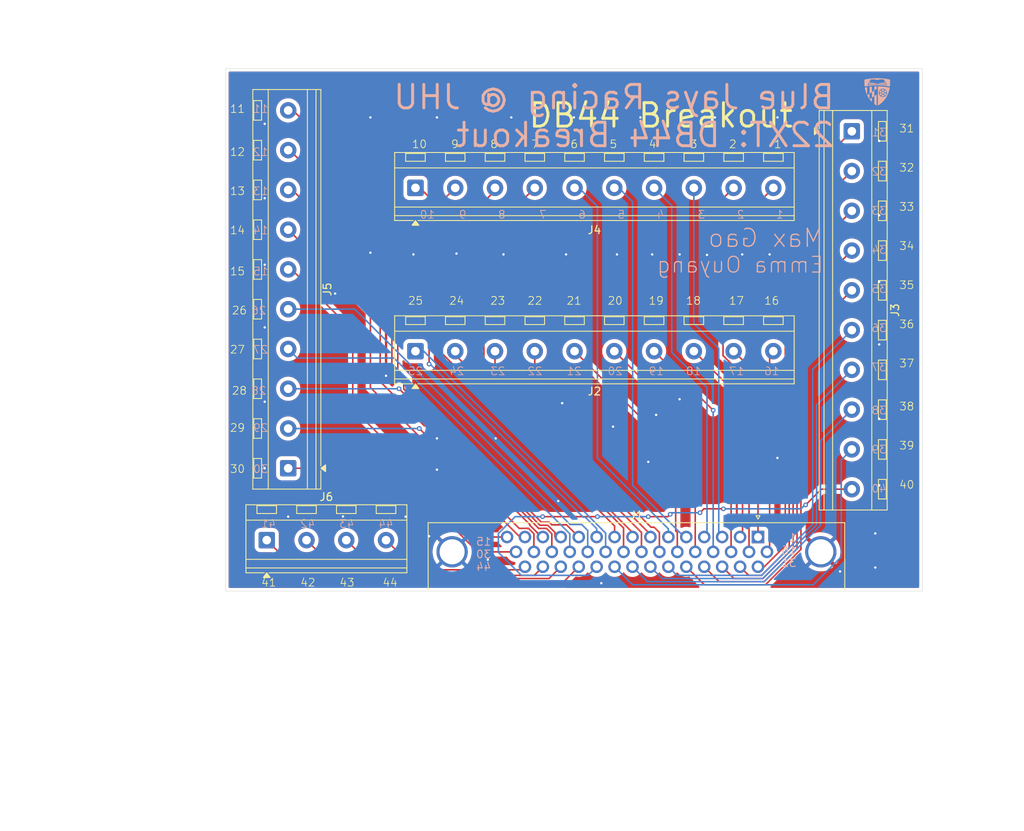
<source format=kicad_pcb>
(kicad_pcb (version 20241229) (generator "pcbnew") (generator_version "9.0")
  (layers (0 "F.Cu" signal) (2 "B.Cu" signal) (13 "F.Paste" user) (15 "B.Paste" user) (5 "F.SilkS" user "F.Silkscreen") (7 "B.SilkS" user "B.Silkscreen") (1 "F.Mask" user) (3 "B.Mask" user) (25 "Edge.Cuts" user))
  (net 0 "")
  (net 1 "Net-(J4-Pin_6)")
  (net 2 "Net-(J3-Pin_7)")
  (net 3 "Net-(J3-Pin_6)")
  (net 4 "Net-(J5-Pin_9)")
  (net 5 "Net-(J5-Pin_6)")
  (net 6 "Net-(J5-Pin_2)")
  (net 7 "Net-(J4-Pin_8)")
  (net 8 "Net-(J4-Pin_2)")
  (net 9 "Net-(J4-Pin_1)")
  (net 10 "Net-(J5-Pin_4)")
  (net 11 "Net-(J5-Pin_5)")
  (net 12 "Net-(J4-Pin_10)")
  (net 13 "Net-(J2-Pin_2)")
  (net 14 "Net-(J4-Pin_9)")
  (net 15 "Net-(J5-Pin_10)")
  (net 16 "Net-(J4-Pin_4)")
  (net 17 "Net-(J5-Pin_7)")
  (net 18 "Net-(J4-Pin_7)")
  (net 19 "Net-(J3-Pin_9)")
  (net 20 "Net-(J5-Pin_1)")
  (net 21 "Net-(J3-Pin_1)")
  (net 22 "Net-(J3-Pin_2)")
  (net 23 "Net-(J3-Pin_8)")
  (net 24 "Net-(J4-Pin_5)")
  (net 25 "Net-(J2-Pin_1)")
  (net 26 "Net-(J5-Pin_3)")
  (net 27 "Net-(J3-Pin_4)")
  (net 28 "Net-(J5-Pin_8)")
  (net 29 "Net-(J3-Pin_5)")
  (net 30 "Net-(J3-Pin_3)")
  (net 31 "Net-(J3-Pin_10)")
  (net 32 "Net-(J2-Pin_3)")
  (net 33 "Net-(J4-Pin_3)")
  (net 34 "Net-(J6-Pin_2)")
  (net 35 "Net-(J6-Pin_1)")
  (net 36 "Net-(J2-Pin_4)")
  (net 37 "Net-(J2-Pin_8)")
  (net 38 "Net-(J2-Pin_10)")
  (net 39 "Net-(J2-Pin_9)")
  (net 40 "Net-(J2-Pin_7)")
  (net 41 "Net-(J2-Pin_6)")
  (net 42 "Net-(J2-Pin_5)")
  (net 43 "Net-(J6-Pin_3)")
  (net 44 "Net-(J6-Pin_4)")
  (net 45 "GND")
  (footprint "TerminalBlock_RND:TerminalBlock_RND_205-00240_1x10_P5.08mm_Horizontal" (layer "F.Cu") (at 116.26 60.5)
    (property "Reference" "J4" (at 22.86 5.39 0) (layer "F.SilkS"))
    (property "Value" "Screw_Terminal_01x10")
    (pad "1" thru_hole roundrect (at 0 0) (size 2.1 2.1) (drill 1.1) (layers "*.Cu" "*.Mask") (roundrect_rratio 0.119048) (net 9 "Net-(J4-Pin_1)"))
    (pad "2" thru_hole circle (at 5.08 0) (size 2.1 2.1) (drill 1.1) (layers "*.Cu" "*.Mask") (net 8 "Net-(J4-Pin_2)"))
    (pad "3" thru_hole circle (at 10.16 0) (size 2.1 2.1) (drill 1.1) (layers "*.Cu" "*.Mask") (net 33 "Net-(J4-Pin_3)"))
    (pad "4" thru_hole circle (at 15.24 0) (size 2.1 2.1) (drill 1.1) (layers "*.Cu" "*.Mask") (net 16 "Net-(J4-Pin_4)"))
    (pad "5" thru_hole circle (at 20.32 0) (size 2.1 2.1) (drill 1.1) (layers "*.Cu" "*.Mask") (net 24 "Net-(J4-Pin_5)"))
    (pad "6" thru_hole circle (at 25.4 0) (size 2.1 2.1) (drill 1.1) (layers "*.Cu" "*.Mask") (net 1 "Net-(J4-Pin_6)"))
    (pad "7" thru_hole circle (at 30.48 0) (size 2.1 2.1) (drill 1.1) (layers "*.Cu" "*.Mask") (net 18 "Net-(J4-Pin_7)"))
    (pad "8" thru_hole circle (at 35.56 0) (size 2.1 2.1) (drill 1.1) (layers "*.Cu" "*.Mask") (net 7 "Net-(J4-Pin_8)"))
    (pad "9" thru_hole circle (at 40.64 0) (size 2.1 2.1) (drill 1.1) (layers "*.Cu" "*.Mask") (net 14 "Net-(J4-Pin_9)"))
    (pad "10" thru_hole circle (at 45.72 0) (size 2.1 2.1) (drill 1.1) (layers "*.Cu" "*.Mask") (net 12 "Net-(J4-Pin_10)"))
  )
  (footprint "TerminalBlock_RND:TerminalBlock_RND_205-00234_1x04_P5.08mm_Horizontal" (layer "F.Cu") (at 97.26 105.5)
    (property "Reference" "J6" (at 7.62 -5.52 0) (layer "F.SilkS"))
    (property "Value" "Screw_Terminal_01x04")
    (pad "1" thru_hole roundrect (at 0 0) (size 2.1 2.1) (drill 1.1) (layers "*.Cu" "*.Mask") (roundrect_rratio 0.119048) (net 35 "Net-(J6-Pin_1)"))
    (pad "2" thru_hole circle (at 5.08 0) (size 2.1 2.1) (drill 1.1) (layers "*.Cu" "*.Mask") (net 34 "Net-(J6-Pin_2)"))
    (pad "3" thru_hole circle (at 10.16 0) (size 2.1 2.1) (drill 1.1) (layers "*.Cu" "*.Mask") (net 43 "Net-(J6-Pin_3)"))
    (pad "4" thru_hole circle (at 15.24 0) (size 2.1 2.1) (drill 1.1) (layers "*.Cu" "*.Mask") (net 44 "Net-(J6-Pin_4)"))
  )
  (footprint "TerminalBlock_RND:TerminalBlock_RND_205-00240_1x10_P5.08mm_Horizontal" (layer "F.Cu") (at 100 96.32 90)
    (property "Reference" "J5" (at 22.86 5 90) (layer "F.SilkS"))
    (property "Value" "Screw_Terminal_01x10")
    (pad "1" thru_hole roundrect (at 0 0 90) (size 2.1 2.1) (drill 1.1) (layers "*.Cu" "*.Mask") (roundrect_rratio 0.119048) (net 20 "Net-(J5-Pin_1)"))
    (pad "2" thru_hole circle (at 5.08 0 90) (size 2.1 2.1) (drill 1.1) (layers "*.Cu" "*.Mask") (net 6 "Net-(J5-Pin_2)"))
    (pad "3" thru_hole circle (at 10.16 0 90) (size 2.1 2.1) (drill 1.1) (layers "*.Cu" "*.Mask") (net 26 "Net-(J5-Pin_3)"))
    (pad "4" thru_hole circle (at 15.24 0 90) (size 2.1 2.1) (drill 1.1) (layers "*.Cu" "*.Mask") (net 10 "Net-(J5-Pin_4)"))
    (pad "5" thru_hole circle (at 20.32 0 90) (size 2.1 2.1) (drill 1.1) (layers "*.Cu" "*.Mask") (net 11 "Net-(J5-Pin_5)"))
    (pad "6" thru_hole circle (at 25.4 0 90) (size 2.1 2.1) (drill 1.1) (layers "*.Cu" "*.Mask") (net 5 "Net-(J5-Pin_6)"))
    (pad "7" thru_hole circle (at 30.48 0 90) (size 2.1 2.1) (drill 1.1) (layers "*.Cu" "*.Mask") (net 17 "Net-(J5-Pin_7)"))
    (pad "8" thru_hole circle (at 35.56 0 90) (size 2.1 2.1) (drill 1.1) (layers "*.Cu" "*.Mask") (net 28 "Net-(J5-Pin_8)"))
    (pad "9" thru_hole circle (at 40.64 0 90) (size 2.1 2.1) (drill 1.1) (layers "*.Cu" "*.Mask") (net 4 "Net-(J5-Pin_9)"))
    (pad "10" thru_hole circle (at 45.72 0 90) (size 2.1 2.1) (drill 1.1) (layers "*.Cu" "*.Mask") (net 15 "Net-(J5-Pin_10)"))
  )
  (footprint "TerminalBlock_RND:TerminalBlock_RND_205-00240_1x10_P5.08mm_Horizontal" (layer "F.Cu") (at 172 53.27 -90)
    (property "Reference" "J3" (at 22.86 -5.52 90) (layer "F.SilkS"))
    (property "Value" "Screw_Terminal_01x10")
    (pad "1" thru_hole roundrect (at 0 0 270) (size 2.1 2.1) (drill 1.1) (layers "*.Cu" "*.Mask") (roundrect_rratio 0.119048) (net 21 "Net-(J3-Pin_1)"))
    (pad "2" thru_hole circle (at 5.08 0 270) (size 2.1 2.1) (drill 1.1) (layers "*.Cu" "*.Mask") (net 22 "Net-(J3-Pin_2)"))
    (pad "3" thru_hole circle (at 10.16 0 270) (size 2.1 2.1) (drill 1.1) (layers "*.Cu" "*.Mask") (net 30 "Net-(J3-Pin_3)"))
    (pad "4" thru_hole circle (at 15.24 0 270) (size 2.1 2.1) (drill 1.1) (layers "*.Cu" "*.Mask") (net 27 "Net-(J3-Pin_4)"))
    (pad "5" thru_hole circle (at 20.32 0 270) (size 2.1 2.1) (drill 1.1) (layers "*.Cu" "*.Mask") (net 29 "Net-(J3-Pin_5)"))
    (pad "6" thru_hole circle (at 25.4 0 270) (size 2.1 2.1) (drill 1.1) (layers "*.Cu" "*.Mask") (net 3 "Net-(J3-Pin_6)"))
    (pad "7" thru_hole circle (at 30.48 0 270) (size 2.1 2.1) (drill 1.1) (layers "*.Cu" "*.Mask") (net 2 "Net-(J3-Pin_7)"))
    (pad "8" thru_hole circle (at 35.56 0 270) (size 2.1 2.1) (drill 1.1) (layers "*.Cu" "*.Mask") (net 23 "Net-(J3-Pin_8)"))
    (pad "9" thru_hole circle (at 40.64 0 270) (size 2.1 2.1) (drill 1.1) (layers "*.Cu" "*.Mask") (net 19 "Net-(J3-Pin_9)"))
    (pad "10" thru_hole circle (at 45.72 0 270) (size 2.1 2.1) (drill 1.1) (layers "*.Cu" "*.Mask") (net 31 "Net-(J3-Pin_10)"))
  )
  (footprint "Connector_Dsub:DSUB-44-HD_Socket_Horizontal_P2.29x1.90mm_EdgePinOffset3.03mm_Housed_MountingHolesOffset4.94mm" (layer "F.Cu") (at 160.015 105.1)
    (property "Reference" "J1" (at -15.525 -2.77 0) (layer "F.SilkS"))
    (property "Value" "DB44_Female")
    (pad "0" thru_hole circle (at -39.075 1.89) (size 4 4) (drill 3.2) (layers "*.Cu" "*.Mask") (net 45 "GND"))
    (pad "0" thru_hole circle (at 8.025 1.89) (size 4 4) (drill 3.2) (layers "*.Cu" "*.Mask") (net 45 "GND"))
    (pad "1" thru_hole rect (at 0 0) (size 1.6 1.6) (drill 1) (layers "*.Cu" "*.Mask") (net 12 "Net-(J4-Pin_10)"))
    (pad "2" thru_hole circle (at -2.29 0) (size 1.6 1.6) (drill 1) (layers "*.Cu" "*.Mask") (net 14 "Net-(J4-Pin_9)"))
    (pad "3" thru_hole circle (at -4.58 0) (size 1.6 1.6) (drill 1) (layers "*.Cu" "*.Mask") (net 7 "Net-(J4-Pin_8)"))
    (pad "4" thru_hole circle (at -6.87 0) (size 1.6 1.6) (drill 1) (layers "*.Cu" "*.Mask") (net 18 "Net-(J4-Pin_7)"))
    (pad "5" thru_hole circle (at -9.16 0) (size 1.6 1.6) (drill 1) (layers "*.Cu" "*.Mask") (net 1 "Net-(J4-Pin_6)"))
    (pad "6" thru_hole circle (at -11.45 0) (size 1.6 1.6) (drill 1) (layers "*.Cu" "*.Mask") (net 24 "Net-(J4-Pin_5)"))
    (pad "7" thru_hole circle (at -13.74 0) (size 1.6 1.6) (drill 1) (layers "*.Cu" "*.Mask") (net 16 "Net-(J4-Pin_4)"))
    (pad "8" thru_hole circle (at -16.03 0) (size 1.6 1.6) (drill 1) (layers "*.Cu" "*.Mask") (net 33 "Net-(J4-Pin_3)"))
    (pad "9" thru_hole circle (at -18.32 0) (size 1.6 1.6) (drill 1) (layers "*.Cu" "*.Mask") (net 8 "Net-(J4-Pin_2)"))
    (pad "10" thru_hole circle (at -20.61 0) (size 1.6 1.6) (drill 1) (layers "*.Cu" "*.Mask") (net 9 "Net-(J4-Pin_1)"))
    (pad "11" thru_hole circle (at -22.9 0) (size 1.6 1.6) (drill 1) (layers "*.Cu" "*.Mask") (net 15 "Net-(J5-Pin_10)"))
    (pad "12" thru_hole circle (at -25.19 0) (size 1.6 1.6) (drill 1) (layers "*.Cu" "*.Mask") (net 4 "Net-(J5-Pin_9)"))
    (pad "13" thru_hole circle (at -27.48 0) (size 1.6 1.6) (drill 1) (layers "*.Cu" "*.Mask") (net 28 "Net-(J5-Pin_8)"))
    (pad "14" thru_hole circle (at -29.77 0) (size 1.6 1.6) (drill 1) (layers "*.Cu" "*.Mask") (net 17 "Net-(J5-Pin_7)"))
    (pad "15" thru_hole circle (at -32.06 0) (size 1.6 1.6) (drill 1) (layers "*.Cu" "*.Mask") (net 5 "Net-(J5-Pin_6)"))
    (pad "16" thru_hole circle (at 1.145 1.9) (size 1.6 1.6) (drill 1) (layers "*.Cu" "*.Mask") (net 38 "Net-(J2-Pin_10)"))
    (pad "17" thru_hole circle (at -1.145 1.9) (size 1.6 1.6) (drill 1) (layers "*.Cu" "*.Mask") (net 39 "Net-(J2-Pin_9)"))
    (pad "18" thru_hole circle (at -3.435 1.9) (size 1.6 1.6) (drill 1) (layers "*.Cu" "*.Mask") (net 37 "Net-(J2-Pin_8)"))
    (pad "19" thru_hole circle (at -5.725 1.9) (size 1.6 1.6) (drill 1) (layers "*.Cu" "*.Mask") (net 40 "Net-(J2-Pin_7)"))
    (pad "20" thru_hole circle (at -8.015 1.9) (size 1.6 1.6) (drill 1) (layers "*.Cu" "*.Mask") (net 41 "Net-(J2-Pin_6)"))
    (pad "21" thru_hole circle (at -10.305 1.9) (size 1.6 1.6) (drill 1) (layers "*.Cu" "*.Mask") (net 42 "Net-(J2-Pin_5)"))
    (pad "22" thru_hole circle (at -12.595 1.9) (size 1.6 1.6) (drill 1) (layers "*.Cu" "*.Mask") (net 36 "Net-(J2-Pin_4)"))
    (pad "23" thru_hole circle (at -14.885 1.9) (size 1.6 1.6) (drill 1) (layers "*.Cu" "*.Mask") (net 32 "Net-(J2-Pin_3)"))
    (pad "24" thru_hole circle (at -17.175 1.9) (size 1.6 1.6) (drill 1) (layers "*.Cu" "*.Mask") (net 13 "Net-(J2-Pin_2)"))
    (pad "25" thru_hole circle (at -19.465 1.9) (size 1.6 1.6) (drill 1) (layers "*.Cu" "*.Mask") (net 25 "Net-(J2-Pin_1)"))
    (pad "26" thru_hole circle (at -21.755 1.9) (size 1.6 1.6) (drill 1) (layers "*.Cu" "*.Mask") (net 11 "Net-(J5-Pin_5)"))
    (pad "27" thru_hole circle (at -24.045 1.9) (size 1.6 1.6) (drill 1) (layers "*.Cu" "*.Mask") (net 10 "Net-(J5-Pin_4)"))
    (pad "28" thru_hole circle (at -26.335 1.9) (size 1.6 1.6) (drill 1) (layers "*.Cu" "*.Mask") (net 26 "Net-(J5-Pin_3)"))
    (pad "29" thru_hole circle (at -28.625 1.9) (size 1.6 1.6) (drill 1) (layers "*.Cu" "*.Mask") (net 6 "Net-(J5-Pin_2)"))
    (pad "30" thru_hole circle (at -30.915 1.9) (size 1.6 1.6) (drill 1) (layers "*.Cu" "*.Mask") (net 20 "Net-(J5-Pin_1)"))
    (pad "31" thru_hole circle (at 0 3.8) (size 1.6 1.6) (drill 1) (layers "*.Cu" "*.Mask") (net 21 "Net-(J3-Pin_1)"))
    (pad "32" thru_hole circle (at -2.29 3.8) (size 1.6 1.6) (drill 1) (layers "*.Cu" "*.Mask") (net 22 "Net-(J3-Pin_2)"))
    (pad "33" thru_hole circle (at -4.58 3.8) (size 1.6 1.6) (drill 1) (layers "*.Cu" "*.Mask") (net 30 "Net-(J3-Pin_3)"))
    (pad "34" thru_hole circle (at -6.87 3.8) (size 1.6 1.6) (drill 1) (layers "*.Cu" "*.Mask") (net 27 "Net-(J3-Pin_4)"))
    (pad "35" thru_hole circle (at -9.16 3.8) (size 1.6 1.6) (drill 1) (layers "*.Cu" "*.Mask") (net 29 "Net-(J3-Pin_5)"))
    (pad "36" thru_hole circle (at -11.45 3.8) (size 1.6 1.6) (drill 1) (layers "*.Cu" "*.Mask") (net 3 "Net-(J3-Pin_6)"))
    (pad "37" thru_hole circle (at -13.74 3.8) (size 1.6 1.6) (drill 1) (layers "*.Cu" "*.Mask") (net 2 "Net-(J3-Pin_7)"))
    (pad "38" thru_hole circle (at -16.03 3.8) (size 1.6 1.6) (drill 1) (layers "*.Cu" "*.Mask") (net 23 "Net-(J3-Pin_8)"))
    (pad "39" thru_hole circle (at -18.32 3.8) (size 1.6 1.6) (drill 1) (layers "*.Cu" "*.Mask") (net 19 "Net-(J3-Pin_9)"))
    (pad "40" thru_hole circle (at -20.61 3.8) (size 1.6 1.6) (drill 1) (layers "*.Cu" "*.Mask") (net 31 "Net-(J3-Pin_10)"))
    (pad "41" thru_hole circle (at -22.9 3.8) (size 1.6 1.6) (drill 1) (layers "*.Cu" "*.Mask") (net 35 "Net-(J6-Pin_1)"))
    (pad "42" thru_hole circle (at -25.19 3.8) (size 1.6 1.6) (drill 1) (layers "*.Cu" "*.Mask") (net 34 "Net-(J6-Pin_2)"))
    (pad "43" thru_hole circle (at -27.48 3.8) (size 1.6 1.6) (drill 1) (layers "*.Cu" "*.Mask") (net 43 "Net-(J6-Pin_3)"))
    (pad "44" thru_hole circle (at -29.77 3.8) (size 1.6 1.6) (drill 1) (layers "*.Cu" "*.Mask") (net 44 "Net-(J6-Pin_4)"))
  )
  (footprint "TerminalBlock_RND:TerminalBlock_RND_205-00240_1x10_P5.08mm_Horizontal" (layer "F.Cu") (at 116.26 81.36)
    (property "Reference" "J2" (at 22.86 5.14 0) (layer "F.SilkS"))
    (property "Value" "Screw_Terminal_01x10 (5.08 mm pitch)")
    (pad "1" thru_hole roundrect (at 0 0) (size 2.1 2.1) (drill 1.1) (layers "*.Cu" "*.Mask") (roundrect_rratio 0.119048) (net 25 "Net-(J2-Pin_1)"))
    (pad "2" thru_hole circle (at 5.08 0) (size 2.1 2.1) (drill 1.1) (layers "*.Cu" "*.Mask") (net 13 "Net-(J2-Pin_2)"))
    (pad "3" thru_hole circle (at 10.16 0) (size 2.1 2.1) (drill 1.1) (layers "*.Cu" "*.Mask") (net 32 "Net-(J2-Pin_3)"))
    (pad "4" thru_hole circle (at 15.24 0) (size 2.1 2.1) (drill 1.1) (layers "*.Cu" "*.Mask") (net 36 "Net-(J2-Pin_4)"))
    (pad "5" thru_hole circle (at 20.32 0) (size 2.1 2.1) (drill 1.1) (layers "*.Cu" "*.Mask") (net 42 "Net-(J2-Pin_5)"))
    (pad "6" thru_hole circle (at 25.4 0) (size 2.1 2.1) (drill 1.1) (layers "*.Cu" "*.Mask") (net 41 "Net-(J2-Pin_6)"))
    (pad "7" thru_hole circle (at 30.48 0) (size 2.1 2.1) (drill 1.1) (layers "*.Cu" "*.Mask") (net 40 "Net-(J2-Pin_7)"))
    (pad "8" thru_hole circle (at 35.56 0) (size 2.1 2.1) (drill 1.1) (layers "*.Cu" "*.Mask") (net 37 "Net-(J2-Pin_8)"))
    (pad "9" thru_hole circle (at 40.64 0) (size 2.1 2.1) (drill 1.1) (layers "*.Cu" "*.Mask") (net 39 "Net-(J2-Pin_9)"))
    (pad "10" thru_hole circle (at 45.72 0) (size 2.1 2.1) (drill 1.1) (layers "*.Cu" "*.Mask") (net 38 "Net-(J2-Pin_10)"))
  )
  (footprint "22xt_flashMem:BJR_LOGO" (layer "B.Cu") (at 175.25 48.25 180)
    (property "Reference" "G***" (hide yes))
    (property "Value" "BJR_LOGO" (hide yes))
  )
  (gr_line (start 181 112) (end 181 45.25) (stroke (width 0.05)) (layer "Edge.Cuts"))
  (gr_line (start 92 112) (end 113.5 112) (stroke (width 0.05)) (layer "Edge.Cuts"))
  (gr_line (start 168 112) (end 113.5 112) (stroke (width 0.05)) (layer "Edge.Cuts"))
  (gr_line (start 181 45.25) (end 92 45.25) (stroke (width 0.05)) (layer "Edge.Cuts"))
  (gr_line (start 168 112) (end 181 112) (stroke (width 0.05)) (layer "Edge.Cuts"))
  (gr_line (start 92 45.25) (end 92 112) (stroke (width 0.05)) (layer "Edge.Cuts"))
  (gr_text "34" (at 178 68.5 0) (layer "F.SilkS") (effects (font (size 1 1) (thickness 0.1)) (justify left bottom)))
  (gr_text "20" (at 140.75 75.5 0) (layer "F.SilkS") (effects (font (size 1 1) (thickness 0.1)) (justify left bottom)))
  (gr_text "9" (at 120.75 55.5 0) (layer "F.SilkS") (effects (font (size 1 1) (thickness 0.1)) (justify left bottom)))
  (gr_text "30" (at 92.5 96.99 0) (layer "F.SilkS") (effects (font (size 1 1) (thickness 0.1)) (justify left bottom)))
  (gr_text "32" (at 178 58.5 0) (layer "F.SilkS") (effects (font (size 1 1) (thickness 0.1)) (justify left bottom)))
  (gr_text "25" (at 115.25 75.5 0) (layer "F.SilkS") (effects (font (size 1 1) (thickness 0.1)) (justify left bottom)))
  (gr_text "21" (at 135.5 75.5 0) (layer "F.SilkS") (effects (font (size 1 1) (thickness 0.1)) (justify left bottom)))
  (gr_text "17" (at 156.25 75.5 0) (layer "F.SilkS") (effects (font (size 1 1) (thickness 0.1)) (justify left bottom)))
  (gr_text "22" (at 130.5 75.5 0) (layer "F.SilkS") (effects (font (size 1 1) (thickness 0.1)) (justify left bottom)))
  (gr_text "11" (at 92.5 50.99 0) (layer "F.SilkS") (effects (font (size 1 1) (thickness 0.1)) (justify left bottom)))
  (gr_text "16" (at 160.75 75.5 0) (layer "F.SilkS") (effects (font (size 1 1) (thickness 0.1)) (justify left bottom)))
  (gr_text "37" (at 178 83.5 0) (layer "F.SilkS") (effects (font (size 1 1) (thickness 0.1)) (justify left bottom)))
  (gr_text "29" (at 92.5 91.74 0) (layer "F.SilkS") (effects (font (size 1 1) (thickness 0.1)) (justify left bottom)))
  (gr_text "26" (at 92.75 76.74 0) (layer "F.SilkS") (effects (font (size 1 1) (thickness 0.1)) (justify left bottom)))
  (gr_text "3" (at 151.25 55.5 0) (layer "F.SilkS") (effects (font (size 1 1) (thickness 0.1)) (justify left bottom)))
  (gr_text "36" (at 178 78.5 0) (layer "F.SilkS") (effects (font (size 1 1) (thickness 0.1)) (justify left bottom)))
  (gr_text "13" (at 92.5 61.49 0) (layer "F.SilkS") (effects (font (size 1 1) (thickness 0.1)) (justify left bottom)))
  (gr_text "14" (at 92.5 66.49 0) (layer "F.SilkS") (effects (font (size 1 1) (thickness 0.1)) (justify left bottom)))
  (gr_text "15" (at 92.5 71.74 0) (layer "F.SilkS") (effects (font (size 1 1) (thickness 0.1)) (justify left bottom)))
  (gr_text "24" (at 120.5 75.5 0) (layer "F.SilkS") (effects (font (size 1 1) (thickness 0.1)) (justify left bottom)))
  (gr_text "10" (at 115.75 55.5 0) (layer "F.SilkS") (effects (font (size 1 1) (thickness 0.1)) (justify left bottom)))
  (gr_text "39" (at 178 94 0) (layer "F.SilkS") (effects (font (size 1 1) (thickness 0.1)) (justify left bottom)))
  (gr_text "38" (at 178 89 0) (layer "F.SilkS") (effects (font (size 1 1) (thickness 0.1)) (justify left bottom)))
  (gr_text "4" (at 146 55.5 0) (layer "F.SilkS") (effects (font (size 1 1) (thickness 0.1)) (justify left bottom)))
  (gr_text "33" (at 178 63.5 0) (layer "F.SilkS") (effects (font (size 1 1) (thickness 0.1)) (justify left bottom)))
  (gr_text "43" (at 106.5 111.5 -0) (layer "F.SilkS") (effects (font (size 1 1) (thickness 0.1)) (justify left bottom)))
  (gr_text "42" (at 101.5 111.5 -0) (layer "F.SilkS") (effects (font (size 1 1) (thickness 0.1)) (justify left bottom)))
  (gr_text "18" (at 150.75 75.5 0) (layer "F.SilkS") (effects (font (size 1 1) (thickness 0.1)) (justify left bottom)))
  (gr_text "41" (at 96.5 111.5 -0) (layer "F.SilkS") (effects (font (size 1 1) (thickness 0.1)) (justify left bottom)))
  (gr_text "31" (at 178 53.5 0) (layer "F.SilkS") (effects (font (size 1 1) (thickness 0.1)) (justify left bottom)))
  (gr_text "23" (at 125.75 75.5 0) (layer "F.SilkS") (effects (font (size 1 1) (thickness 0.1)) (justify left bottom)))
  (gr_text "35" (at 178 73.5 0) (layer "F.SilkS") (effects (font (size 1 1) (thickness 0.1)) (justify left bottom)))
  (gr_text "27" (at 92.5 81.74 0) (layer "F.SilkS") (effects (font (size 1 1) (thickness 0.1)) (justify left bottom)))
  (gr_text "8" (at 125.75 55.5 0) (layer "F.SilkS") (effects (font (size 1 1) (thickness 0.1)) (justify left bottom)))
  (gr_text "40" (at 178 99 0) (layer "F.SilkS") (effects (font (size 1 1) (thickness 0.1)) (justify left bottom)))
  (gr_text "DB44 Breakout" (at 130.5 53 0) (layer "F.SilkS") (effects (font (size 3 3) (thickness 0.375)) (justify left bottom)))
  (gr_text "5" (at 141 55.5 0) (layer "F.SilkS") (effects (font (size 1 1) (thickness 0.1)) (justify left bottom)))
  (gr_text "28" (at 92.75 86.99 0) (layer "F.SilkS") (effects (font (size 1 1) (thickness 0.1)) (justify left bottom)))
  (gr_text "6" (at 136 55.5 0) (layer "F.SilkS") (effects (font (size 1 1) (thickness 0.1)) (justify left bottom)))
  (gr_text "2" (at 156.25 55.5 0) (layer "F.SilkS") (effects (font (size 1 1) (thickness 0.1)) (justify left bottom)))
  (gr_text "1" (at 162 55.5 0) (layer "F.SilkS") (effects (font (size 1 1) (thickness 0.1)) (justify left bottom)))
  (gr_text "7" (at 131 55.5 0) (layer "F.SilkS") (effects (font (size 1 1) (thickness 0.1)) (justify left bottom)))
  (gr_text "12" (at 92.5 56.49 0) (layer "F.SilkS") (effects (font (size 1 1) (thickness 0.1)) (justify left bottom)))
  (gr_text "19\n" (at 146 75.5 0) (layer "F.SilkS") (effects (font (size 1 1) (thickness 0.1)) (justify left bottom)))
  (gr_text "44" (at 112 111.5 -0) (layer "F.SilkS") (effects (font (size 1 1) (thickness 0.1)) (justify left bottom)))
  (gr_text "39" (at 176.5 94.5 -0) (layer "B.SilkS") (effects (font (size 1 1) (thickness 0.1)) (justify left bottom mirror)))
  (gr_text "23" (at 125.75 84.5 -0) (layer "B.SilkS") (effects (font (size 1 1) (thickness 0.1)) (justify right bottom mirror)))
  (gr_text "8" (at 126.75 64.5 -0) (layer "B.SilkS") (effects (font (size 1 1) (thickness 0.1)) (justify right bottom mirror)))
  (gr_text "22" (at 130.5 84.5 -0) (layer "B.SilkS") (effects (font (size 1 1) (thickness 0.1)) (justify right bottom mirror)))
  (gr_text "38" (at 176.5 89.5 -0) (layer "B.SilkS") (effects (font (size 1 1) (thickness 0.1)) (justify left bottom mirror)))
  (gr_text "31" (at 176.5 54 -0) (layer "B.SilkS") (effects (font (size 1 1) (thickness 0.1)) (justify left bottom mirror)))
  (gr_text "6" (at 137 64.5 -0) (layer "B.SilkS") (effects (font (size 1 1) (thickness 0.1)) (justify right bottom mirror)))
  (gr_text "35" (at 176.5 74 -0) (layer "B.SilkS") (effects (font (size 1 1) (thickness 0.1)) (justify left bottom mirror)))
  (gr_text "15\n30\n44" (at 126 109.5 0) (layer "B.SilkS") (effects (font (size 1 1) (thickness 0.125)) (justify left bottom mirror)))
  (gr_text "14" (at 97.504762 66.5 -0) (layer "B.SilkS") (effects (font (size 1 1) (thickness 0.1)) (justify left bottom mirror)))
  (gr_text "9" (at 121.75 64.5 -0) (layer "B.SilkS") (effects (font (size 1 1) (thickness 0.1)) (justify right bottom mirror)))
  (gr_text "37" (at 176.5 84 -0) (layer "B.SilkS") (effects (font (size 1 1) (thickness 0.1)) (justify left bottom mirror)))
  (gr_text "44" (at 113.5 104 0) (layer "B.SilkS") (effects (font (size 1 1) (thickness 0.1)) (justify left bottom mirror)))
  (gr_text "20" (at 140.75 84.5 -0) (layer "B.SilkS") (effects (font (size 1 1) (thickness 0.1)) (justify right bottom mirror)))
  (gr_text "1\n16\n31" (at 165 109 0) (layer "B.SilkS") (effects (font (size 1 1) (thickness 0.125)) (justify left bottom mirror)))
  (gr_text "17" (at 156.25 84.5 -0) (layer "B.SilkS") (effects (font (size 1 1) (thickness 0.1)) (justify right bottom mirror)))
  (gr_text "41" (at 98.5 104 0) (layer "B.SilkS") (effects (font (size 1 1) (thickness 0.1)) (justify left bottom mirror)))
  (gr_text "25" (at 115.25 84.5 -0) (layer "B.SilkS") (effects (font (size 1 1) (thickness 0.1)) (justify right bottom mirror)))
  (gr_text "Emma Ouyang" (at 168.5 71.5 0) (layer "B.SilkS") (effects (font (size 2 2)) (justify left bottom mirror)))
  (gr_text "34" (at 176.5 69 -0) (layer "B.SilkS") (effects (font (size 1 1) (thickness 0.1)) (justify left bottom mirror)))
  (gr_text "2" (at 157.25 64.5 -0) (layer "B.SilkS") (effects (font (size 1 1) (thickness 0.1)) (justify right bottom mirror)))
  (gr_text "40" (at 176.5 99.5 -0) (layer "B.SilkS") (effects (font (size 1 1) (thickness 0.1)) (justify left bottom mirror)))
  (gr_text "4" (at 147 64.5 -0) (layer "B.SilkS") (effects (font (size 1 1) (thickness 0.1)) (justify right bottom mirror)))
  (gr_text "42" (at 103.5 104 0) (layer "B.SilkS") (effects (font (size 1 1) (thickness 0.1)) (justify left bottom mirror)))
  (gr_text "16" (at 160.75 84.5 -0) (layer "B.SilkS") (effects (font (size 1 1) (thickness 0.1)) (justify right bottom mirror)))
  (gr_text "36" (at 176.5 79 -0) (layer "B.SilkS") (effects (font (size 1 1) (thickness 0.1)) (justify left bottom mirror)))
  (gr_text "10" (at 116.75 64.5 -0) (layer "B.SilkS") (effects (font (size 1 1) (thickness 0.1)) (justify right bottom mirror)))
  (gr_text "21" (at 135.5 84.5 -0) (layer "B.SilkS") (effects (font (size 1 1) (thickness 0.1)) (justify right bottom mirror)))
  (gr_text "26" (at 97.254762 76.75 -0) (layer "B.SilkS") (effects (font (size 1 1) (thickness 0.1)) (justify left bottom mirror)))
  (gr_text "19\n" (at 146 84.5 -0) (layer "B.SilkS") (effects (font (size 1 1) (thickness 0.1)) (justify right bottom mirror)))
  (gr_text "33" (at 176.5 64 -0) (layer "B.SilkS") (effects (font (size 1 1) (thickness 0.1)) (justify left bottom mirror)))
  (gr_text "18" (at 150.75 84.5 -0) (layer "B.SilkS") (effects (font (size 1 1) (thickness 0.1)) (justify right bottom mirror)))
  (gr_text "5" (at 142 64.5 -0) (layer "B.SilkS") (effects (font (size 1 1) (thickness 0.1)) (justify right bottom mirror)))
  (gr_text "1" (at 162.25 64.5 -0) (layer "B.SilkS") (effects (font (size 1 1) (thickness 0.1)) (justify right bottom mirror)))
  (gr_text "43" (at 108.5 104 0) (layer "B.SilkS") (effects (font (size 1 1) (thickness 0.1)) (justify left bottom mirror)))
  (gr_text "3" (at 152.25 64.5 -0) (layer "B.SilkS") (effects (font (size 1 1) (thickness 0.1)) (justify right bottom mirror)))
  (gr_text "12" (at 97.5 56.5 -0) (layer "B.SilkS") (effects (font (size 1 1) (thickness 0.1)) (justify left bottom mirror)))
  (gr_text "11" (at 97.5 51 -0) (layer "B.SilkS") (effects (font (size 1 1) (thickness 0.1)) (justify left bottom mirror)))
  (gr_text "7" (at 132 64.5 -0) (layer "B.SilkS") (effects (font (size 1 1) (thickness 0.1)) (justify right bottom mirror)))
  (gr_text "28" (at 97.254762 87 -0) (layer "B.SilkS") (effects (font (size 1 1) (thickness 0.1)) (justify left bottom mirror)))
  (gr_text "30" (at 97.504762 97 -0) (layer "B.SilkS") (effects (font (size 1 1) (thickness 0.1)) (justify left bottom mirror)))
  (gr_text "Max Gao\n" (at 168.5 68.25 0) (layer "B.SilkS") (effects (font (size 2.3 2.3) (thickness 0.1625)) (justify left bottom mirror)))
  (gr_text "27" (at 97.504762 81.75 -0) (layer "B.SilkS") (effects (font (size 1 1) (thickness 0.1)) (justify left bottom mirror)))
  (gr_text "32" (at 176.5 59 -0) (layer "B.SilkS") (effects (font (size 1 1) (thickness 0.1)) (justify left bottom mirror)))
  (gr_text "29" (at 97.504762 91.75 -0) (layer "B.SilkS") (effects (font (size 1 1) (thickness 0.1)) (justify left bottom mirror)))
  (gr_text "24" (at 120.5 84.5 -0) (layer "B.SilkS") (effects (font (size 1 1) (thickness 0.1)) (justify right bottom mirror)))
  (gr_text "Blue Jays Racing @ JHU\n22XT: DB44 Breakout" (at 170 55.5 0) (layer "B.SilkS") (effects (font (size 3 3) (thickness 0.375)) (justify left bottom mirror)))
  (gr_text "13" (at 97.5 61.5 -0) (layer "B.SilkS") (effects (font (size 1 1) (thickness 0.1)) (justify left bottom mirror)))
  (gr_text "15" (at 97.504762 71.75 -0) (layer "B.SilkS") (effects (font (size 1 1) (thickness 0.1)) (justify left bottom mirror)))
  (segment (start 150.6 105.1) (end 150.855 105.1) (width 0.2) (layer "B.Cu") (net 1))
  (segment (start 144 98.5) (end 150.6 105.1) (width 0.2) (layer "B.Cu") (net 1))
  (segment (start 142.22 60.5) (end 144 62.28) (width 0.2) (layer "B.Cu") (net 1))
  (segment (start 141.66 60.5) (end 142.22 60.5) (width 0.2) (layer "B.Cu") (net 1))
  (segment (start 144 62.28) (end 144 98.5) (width 0.2) (layer "B.Cu") (net 1))
  (segment (start 167.5 88.25) (end 172 83.75) (width 0.2) (layer "B.Cu") (net 2))
  (segment (start 160.63715 110.402) (end 167.5 103.53915) (width 0.2) (layer "B.Cu") (net 2))
  (segment (start 167.5 103.53915) (end 167.5 88.25) (width 0.2) (layer "B.Cu") (net 2))
  (segment (start 146.275 108.9) (end 147.777 110.402) (width 0.2) (layer "B.Cu") (net 2))
  (segment (start 147.777 110.402) (end 160.63715 110.402) (width 0.2) (layer "B.Cu") (net 2))
  (segment (start 160.47105 110.001) (end 167 103.47205) (width 0.2) (layer "B.Cu") (net 3))
  (segment (start 148.565 108.9) (end 149.666 110.001) (width 0.2) (layer "B.Cu") (net 3))
  (segment (start 167 83.67) (end 172 78.67) (width 0.2) (layer "B.Cu") (net 3))
  (segment (start 149.666 110.001) (end 160.47105 110.001) (width 0.2) (layer "B.Cu") (net 3))
  (segment (start 167 103.47205) (end 167 83.67) (width 0.2) (layer "B.Cu") (net 3))
  (segment (start 113.25 83.5) (end 113.25 68.74) (width 0.2) (layer "F.Cu") (net 4))
  (segment (start 134.825 105.1) (end 134.081 105.1) (width 0.2) (layer "F.Cu") (net 4))
  (segment (start 113.599 83.849) (end 113.25 83.5) (width 0.2) (layer "F.Cu") (net 4))
  (segment (start 134.081 104.52185) (end 133.15815 103.599) (width 0.2) (layer "F.Cu") (net 4))
  (segment (start 113.25 68.74) (end 100.19 55.68) (width 0.2) (layer "F.Cu") (net 4))
  (segment (start 113.599 83.9161) (end 113.599 83.849) (width 0.2) (layer "F.Cu") (net 4))
  (segment (start 100.19 55.68) (end 100 55.68) (width 0.2) (layer "F.Cu") (net 4))
  (segment (start 114.761 85.0781) (end 113.599 83.9161) (width 0.2) (layer "F.Cu") (net 4))
  (segment (start 133.15815 103.599) (end 132.1661 103.599) (width 0.2) (layer "F.Cu") (net 4))
  (segment (start 134.081 105.1) (end 134.081 104.52185) (width 0.2) (layer "F.Cu") (net 4))
  (segment (start 132.1661 103.599) (end 114.761 86.1939) (width 0.2) (layer "F.Cu") (net 4))
  (segment (start 114.761 86.1939) (end 114.761 85.0781) (width 0.2) (layer "F.Cu") (net 4))
  (segment (start 100 70.92) (end 100.43 70.92) (width 0.2) (layer "F.Cu") (net 5))
  (segment (start 100.43 70.92) (end 108.25 78.74) (width 0.2) (layer "F.Cu") (net 5))
  (segment (start 124.695 105.1) (end 127.955 105.1) (width 0.2) (layer "F.Cu") (net 5))
  (segment (start 108.25 78.74) (end 108.25 88.655) (width 0.2) (layer "F.Cu") (net 5))
  (segment (start 108.25 88.655) (end 124.695 105.1) (width 0.2) (layer "F.Cu") (net 5))
  (segment (start 131.39 107) (end 131.39 104.68795) (width 0.2) (layer "F.Cu") (net 6))
  (segment (start 129.509 103.999) (end 130.70105 103.999) (width 0.2) (layer "F.Cu") (net 6))
  (segment (start 130.501 103.999) (end 130.5 104) (width 0.2) (layer "F.Cu") (net 6))
  (segment (start 130.70105 103.999) (end 130.501 103.999) (width 0.2) (layer "F.Cu") (net 6))
  (segment (start 116.75 91.24) (end 129.509 103.999) (width 0.2) (layer "F.Cu") (net 6))
  (segment (start 131.39 104.68795) (end 130.70105 103.999) (width 0.2) (layer "F.Cu") (net 6))
  (via (at 116.75 91.24) (size 0.6) (drill 0.3) (layers "F.Cu" "B.Cu") (net 6))
  (segment (start 116.75 91.24) (end 100 91.24) (width 0.2) (layer "B.Cu") (net 6))
  (segment (start 151.82 77.82) (end 155 81) (width 0.2) (layer "B.Cu") (net 7))
  (segment (start 151.82 60.5) (end 151.82 77.82) (width 0.2) (layer "B.Cu") (net 7))
  (segment (start 155 104.665) (end 155.435 105.1) (width 0.2) (layer "B.Cu") (net 7))
  (segment (start 155 81) (end 155 104.665) (width 0.2) (layer "B.Cu") (net 7))
  (segment (start 141.695 105.1) (end 141.695 103.695) (width 0.2) (layer "F.Cu") (net 8))
  (segment (start 141.695 103.695) (end 118.5 80.5) (width 0.2) (layer "F.Cu") (net 8))
  (segment (start 118.5 80.5) (end 118.5 63.34) (width 0.2) (layer "F.Cu") (net 8))
  (segment (start 118.5 63.34) (end 121.34 60.5) (width 0.2) (layer "F.Cu") (net 8))
  (segment (start 118 83) (end 118 61.68) (width 0.2) (layer "F.Cu") (net 9))
  (segment (start 116.82 60.5) (end 117.43 61.11) (width 0.2) (layer "F.Cu") (net 9))
  (segment (start 118 61.68) (end 117.43 61.11) (width 0.2) (layer "F.Cu") (net 9))
  (segment (start 116.26 60.5) (end 116.82 60.5) (width 0.2) (layer "F.Cu") (net 9))
  (segment (start 117.43 61.11) (end 117.611 61.291) (width 0.2) (layer "F.Cu") (net 9))
  (via (at 118 83) (size 0.6) (drill 0.3) (layers "F.Cu" "B.Cu") (net 9))
  (segment (start 118.114602 83) (end 137.6661 102.551498) (width 0.2) (layer "B.Cu") (net 9))
  (segment (start 139.405 105.1) (end 139.1 105.1) (width 0.2) (layer "B.Cu") (net 9))
  (segment (start 137.934398 102.551498) (end 139.405 104.0221) (width 0.2) (layer "B.Cu") (net 9))
  (segment (start 137.6661 102.551498) (end 137.934398 102.551498) (width 0.2) (layer "B.Cu") (net 9))
  (segment (start 139.405 104.0221) (end 139.405 105.1) (width 0.2) (layer "B.Cu") (net 9))
  (segment (start 118 83) (end 118.114602 83) (width 0.2) (layer "B.Cu") (net 9))
  (segment (start 135.97 107) (end 135.97 104.68795) (width 0.2) (layer "B.Cu") (net 10))
  (segment (start 113.52205 82.24) (end 101.16 82.24) (width 0.2) (layer "B.Cu") (net 10))
  (segment (start 101.16 82.24) (end 100 81.08) (width 0.2) (layer "B.Cu") (net 10))
  (segment (start 135.97 104.68795) (end 113.52205 82.24) (width 0.2) (layer "B.Cu") (net 10))
  (segment (start 100.01 75.99) (end 108.5 75.99) (width 0.2) (layer "B.Cu") (net 11))
  (segment (start 100 76) (end 100.01 75.99) (width 0.2) (layer "B.Cu") (net 11))
  (segment (start 136.01 103.5) (end 137.5 103.5) (width 0.2) (layer "B.Cu") (net 11))
  (segment (start 137.5 103.5) (end 138.26 104.26) (width 0.2) (layer "B.Cu") (net 11))
  (segment (start 108.5 75.99) (end 136.01 103.5) (width 0.2) (layer "B.Cu") (net 11))
  (segment (start 138.26 104.26) (end 138.26 107) (width 0.2) (layer "B.Cu") (net 11))
  (segment (start 160.015 62.465) (end 161.98 60.5) (width 0.2) (layer "F.Cu") (net 12))
  (segment (start 160.015 105.1) (end 160.015 62.465) (width 0.2) (layer "F.Cu") (net 12))
  (segment (start 142.84 103.9521) (end 142.84 107) (width 0.2) (layer "F.Cu") (net 13))
  (segment (start 121.34 81.36) (end 121.34 81.84) (width 0.2) (layer "F.Cu") (net 13))
  (segment (start 121.34 81.84) (end 124.599 85.099) (width 0.2) (layer "F.Cu") (net 13))
  (segment (start 124.599 85.099) (end 124.599 85.7111) (width 0.2) (layer "F.Cu") (net 13))
  (segment (start 124.599 85.7111) (end 142.84 103.9521) (width 0.2) (layer "F.Cu") (net 13))
  (segment (start 158.037781 84.408383) (end 157.564699 83.935301) (width 0.2) (layer "F.Cu") (net 14))
  (segment (start 155.5 61.9) (end 155.5 63.582) (width 0.2) (layer "F.Cu") (net 14))
  (segment (start 157.725 105.1) (end 158.037781 104.787219) (width 0.2) (layer "F.Cu") (net 14))
  (segment (start 156.9 60.5) (end 155.5 61.9) (width 0.2) (layer "F.Cu") (net 14))
  (segment (start 155.549 63.631) (end 155.549 81.919603) (width 0.2) (layer "F.Cu") (net 14))
  (segment (start 155.549 81.919603) (end 157.564699 83.935301) (width 0.2) (layer "F.Cu") (net 14))
  (segment (start 155.5 63.582) (end 155.549 63.631) (width 0.2) (layer "F.Cu") (net 14))
  (segment (start 158.037781 104.787219) (end 158.037781 84.408383) (width 0.2) (layer "F.Cu") (net 14))
  (segment (start 157.725 84.095603) (end 157.564699 83.935301) (width 0.2) (layer "F.Cu") (net 14))
  (segment (start 115.25 85) (end 114 83.75) (width 0.2) (layer "F.Cu") (net 15))
  (segment (start 100.61 50.6) (end 100 50.6) (width 0.2) (layer "F.Cu") (net 15))
  (segment (start 133.6692 103.54295) (end 133.32425 103.198) (width 0.2) (layer "F.Cu") (net 15))
  (segment (start 114 63.99) (end 100.61 50.6) (width 0.2) (layer "F.Cu") (net 15))
  (segment (start 137.115 105.1) (end 135.55795 103.54295) (width 0.2) (layer "F.Cu") (net 15))
  (segment (start 115.25 86.1158) (end 115.25 85) (width 0.2) (layer "F.Cu") (net 15))
  (segment (start 114 83.75) (end 114 63.99) (width 0.2) (layer "F.Cu") (net 15))
  (segment (start 133.32425 103.198) (end 132.3322 103.198) (width 0.2) (layer "F.Cu") (net 15))
  (segment (start 132.3322 103.198) (end 115.25 86.1158) (width 0.2) (layer "F.Cu") (net 15))
  (segment (start 135.55795 103.54295) (end 133.6692 103.54295) (width 0.2) (layer "F.Cu") (net 15))
  (segment (start 146.275 105.1) (end 146.275 104.775) (width 0.2) (layer "F.Cu") (net 16))
  (segment (start 146.275 104.775) (end 129 87.5) (width 0.2) (layer "F.Cu") (net 16))
  (segment (start 129 87.5) (end 129 63) (width 0.2) (layer "F.Cu") (net 16))
  (segment (start 129 63) (end 131.5 60.5) (width 0.2) (layer "F.Cu") (net 16))
  (segment (start 110.5 86) (end 129.6 105.1) (width 0.2) (layer "F.Cu") (net 17))
  (segment (start 110.5 76.34) (end 110.5 86) (width 0.2) (layer "F.Cu") (net 17))
  (segment (start 129.6 105.1) (end 130.245 105.1) (width 0.2) (layer "F.Cu") (net 17))
  (segment (start 100 65.84) (end 110.5 76.34) (width 0.2) (layer "F.Cu") (net 17))
  (segment (start 146.74 60.74) (end 147 61) (width 0.2) (layer "B.Cu") (net 18))
  (segment (start 149 62.76) (end 149 81.5) (width 0.2) (layer "B.Cu") (net 18))
  (segment (start 153.5 86) (end 153.5 104.745) (width 0.2) (layer "B.Cu") (net 18))
  (segment (start 153.5 104.745) (end 153.145 105.1) (width 0.2) (layer "B.Cu") (net 18))
  (segment (start 149 81.5) (end 153.5 86) (width 0.2) (layer "B.Cu") (net 18))
  (segment (start 146.74 60.5) (end 149 62.76) (width 0.2) (layer "B.Cu") (net 18))
  (segment (start 141.695 108.9) (end 143.999 111.204) (width 0.2) (layer "B.Cu") (net 19))
  (segment (start 170.649 95.261) (end 172 93.91) (width 0.2) (layer "B.Cu") (net 19))
  (segment (start 167.080106 111.204) (end 170.649 107.635106) (width 0.2) (layer "B.Cu") (net 19))
  (segment (start 143.999 111.204) (end 167.080106 111.204) (width 0.2) (layer "B.Cu") (net 19))
  (segment (start 170.649 107.635106) (end 170.649 95.261) (width 0.2) (layer "B.Cu") (net 19))
  (segment (start 124.204106 107) (end 129.1 107) (width 0.2) (layer "F.Cu") (net 20))
  (segment (start 100 96.32) (end 113.524106 96.32) (width 0.2) (layer "F.Cu") (net 20))
  (segment (start 113.524106 96.32) (end 124.204106 107) (width 0.2) (layer "F.Cu") (net 20))
  (segment (start 165.26 62.49) (end 163.5 64.25) (width 0.2) (layer "F.Cu") (net 21))
  (segment (start 160.015 108.9) (end 160.81705 108.9) (width 0.2) (layer "F.Cu") (net 21))
  (segment (start 165.26 60.01) (end 165.26 62.49) (width 0.2) (layer "F.Cu") (net 21))
  (segment (start 160.81705 108.9) (end 163.5 106.21705) (width 0.2) (layer "F.Cu") (net 21))
  (segment (start 163.5 106.21705) (end 163.5 64.25) (width 0.2) (layer "F.Cu") (net 21))
  (segment (start 165.26 60.01) (end 172 53.27) (width 0.2) (layer "F.Cu") (net 21))
  (segment (start 164 106.47205) (end 164 66.35) (width 0.2) (layer "F.Cu") (net 22))
  (segment (start 160.47105 110.001) (end 164 106.47205) (width 0.2) (layer "F.Cu") (net 22))
  (segment (start 157.725 108.9) (end 158.826 110.001) (width 0.2) (layer "F.Cu") (net 22))
  (segment (start 164 66.35) (end 172 58.35) (width 0.2) (layer "F.Cu") (net 22))
  (segment (start 158.826 110.001) (end 160.47105 110.001) (width 0.2) (layer "F.Cu") (net 22))
  (segment (start 168 103.60625) (end 168 92.83) (width 0.2) (layer "B.Cu") (net 23))
  (segment (start 160.80325 110.803) (end 168 103.60625) (width 0.2) (layer "B.Cu") (net 23))
  (segment (start 168 92.83) (end 172 88.83) (width 0.2) (layer "B.Cu") (net 23))
  (segment (start 145.888 110.803) (end 160.80325 110.803) (width 0.2) (layer "B.Cu") (net 23))
  (segment (start 143.985 108.9) (end 145.888 110.803) (width 0.2) (layer "B.Cu") (net 23))
  (segment (start 136.58 60.5) (end 137.14 60.5) (width 0.2) (layer "B.Cu") (net 24))
  (segment (start 139.5 62.86) (end 139.5 95) (width 0.2) (layer "B.Cu") (net 24))
  (segment (start 137.14 60.5) (end 139.5 62.86) (width 0.2) (layer "B.Cu") (net 24))
  (segment (start 148.565 104.065) (end 148.565 105.1) (width 0.2) (layer "B.Cu") (net 24))
  (segment (start 139.5 95) (end 148.565 104.065) (width 0.2) (layer "B.Cu") (net 24))
  (segment (start 140.55 104.6) (end 140.55 107) (width 0.2) (layer "B.Cu") (net 25))
  (segment (start 117.31 81.36) (end 140.55 104.6) (width 0.2) (layer "B.Cu") (net 25))
  (segment (start 116.26 81.36) (end 117.31 81.36) (width 0.2) (layer "B.Cu") (net 25))
  (segment (start 132 104) (end 132.99205 104) (width 0.2) (layer "F.Cu") (net 26))
  (segment (start 132 104) (end 114.16 86.16) (width 0.2) (layer "F.Cu") (net 26))
  (segment (start 132.99205 104) (end 133.68 104.68795) (width 0.2) (layer "F.Cu") (net 26))
  (segment (start 133.68 104.68795) (end 133.68 107) (width 0.2) (layer "F.Cu") (net 26))
  (via (at 114.16 86.16) (size 0.6) (drill 0.3) (layers "F.Cu" "B.Cu") (net 26))
  (segment (start 114.16 86.16) (end 100 86.16) (width 0.2) (layer "B.Cu") (net 26))
  (segment (start 160.80325 110.803) (end 165 106.60625) (width 0.2) (layer "F.Cu") (net 27))
  (segment (start 165 106.60625) (end 165 75.51) (width 0.2) (layer "F.Cu") (net 27))
  (segment (start 153.145 108.9) (end 155.048 110.803) (width 0.2) (layer "F.Cu") (net 27))
  (segment (start 155.048 110.803) (end 160.80325 110.803) (width 0.2) (layer "F.Cu") (net 27))
  (segment (start 165 75.51) (end 172 68.51) (width 0.2) (layer "F.Cu") (net 27))
  (segment (start 131.791 104.52185) (end 131.791 104.541) (width 0.2) (layer "F.Cu") (net 28))
  (segment (start 131.791 104.541) (end 132.35 105.1) (width 0.2) (layer "F.Cu") (net 28))
  (segment (start 111.75 71.99) (end 111.75 85.25) (width 0.2) (layer "F.Cu") (net 28))
  (segment (start 130.86715 103.598) (end 131.791 104.52185) (width 0.2) (layer "F.Cu") (net 28))
  (segment (start 100 60.76) (end 100.52 60.76) (width 0.2) (layer "F.Cu") (net 28))
  (segment (start 100.52 60.76) (end 111.75 71.99) (width 0.2) (layer "F.Cu") (net 28))
  (segment (start 132.35 105.1) (end 132.535 105.1) (width 0.2) (layer "F.Cu") (net 28))
  (segment (start 118.25339 90.891) (end 130.86715 103.50476) (width 0.2) (layer "F.Cu") (net 28))
  (segment (start 130.86715 103.50476) (end 130.86715 103.598) (width 0.2) (layer "F.Cu") (net 28))
  (segment (start 111.75 85.25) (end 117.391 90.891) (width 0.2) (layer "F.Cu") (net 28))
  (segment (start 117.391 90.891) (end 118.25339 90.891) (width 0.2) (layer "F.Cu") (net 28))
  (segment (start 165.5 106.67335) (end 165.5 80.09) (width 0.2) (layer "F.Cu") (net 29))
  (segment (start 160.96935 111.204) (end 165.5 106.67335) (width 0.2) (layer "F.Cu") (net 29))
  (segment (start 150.855 108.9) (end 153.159 111.204) (width 0.2) (layer "F.Cu") (net 29))
  (segment (start 153.159 111.204) (end 160.96935 111.204) (width 0.2) (layer "F.Cu") (net 29))
  (segment (start 165.5 80.09) (end 172 73.59) (width 0.2) (layer "F.Cu") (net 29))
  (segment (start 156.937 110.402) (end 160.63715 110.402) (width 0.2) (layer "F.Cu") (net 30))
  (segment (start 160.63715 110.402) (end 164.5 106.53915) (width 0.2) (layer "F.Cu") (net 30))
  (segment (start 164.5 70.93) (end 172 63.43) (width 0.2) (layer "F.Cu") (net 30))
  (segment (start 164.5 106.53915) (end 164.5 70.93) (width 0.2) (layer "F.Cu") (net 30))
  (segment (start 155.435 108.9) (end 156.937 110.402) (width 0.2) (layer "F.Cu") (net 30))
  (segment (start 136 102.5) (end 139.5 102.5) (width 0.2) (layer "F.Cu") (net 31))
  (segment (start 148.5 102.5) (end 146 102.5) (width 0.2) (layer "F.Cu") (net 31))
  (segment (start 148.801765 102.198235) (end 148.5 102.5) (width 0.2) (layer "F.Cu") (net 31))
  (segment (start 168.11 98.99) (end 166.1 101) (width 0.2) (layer "F.Cu") (net 31))
  (segment (start 153.1 101.5) (end 155.6 101.5) (width 0.2) (layer "F.Cu") (net 31))
  (segment (start 132.5 102.5) (end 136 102.5) (width 0.2) (layer "F.Cu") (net 31))
  (segment (start 172 98.99) (end 168.11 98.99) (width 0.2) (layer "F.Cu") (net 31))
  (segment (start 152.6 102) (end 153.1 101.5) (width 0.2) (layer "F.Cu") (net 31))
  (via (at 146 102.5) (size 0.6) (drill 0.3) (layers "F.Cu" "B.Cu") (net 31))
  (via (at 155.6 101.5) (size 0.6) (drill 0.3) (layers "F.Cu" "B.Cu") (net 31))
  (via (at 132.5 102.5) (size 0.6) (drill 0.3) (layers "F.Cu" "B.Cu") (net 31))
  (via (at 139.5 102.5) (size 0.6) (drill 0.3) (layers "F.Cu" "B.Cu") (net 31))
  (via (at 152.6 102) (size 0.6) (drill 0.3) (layers "F.Cu" "B.Cu") (net 31))
  (via (at 166.1 101) (size 0.6) (drill 0.3) (layers "F.Cu" "B.Cu") (net 31))
  (via (at 148.801765 102.198235) (size 0.6) (drill 0.3) (layers "F.Cu" "B.Cu") (net 31))
  (segment (start 129.78895 110.001) (end 138.304 110.001) (width 0.2) (layer "B.Cu") (net 31))
  (segment (start 155.6 101.5) (end 160 101.5) (width 0.2) (layer "B.Cu") (net 31))
  (segment (start 165.5 101.5) (end 166 101) (width 0.2) (layer "B.Cu") (net 31))
  (segment (start 138.304 110.001) (end 139.405 108.9) (width 0.2) (layer "B.Cu") (net 31))
  (segment (start 148.801765 102.198235) (end 149 102) (width 0.2) (layer "B.Cu") (net 31))
  (segment (start 160 101.5) (end 165.5 101.5) (width 0.2) (layer "B.Cu") (net 31))
  (segment (start 149 102) (end 152.6 102) (width 0.2) (layer "B.Cu") (net 31))
  (segment (start 126.854 107.06605) (end 129.78895 110.001) (width 0.2) (layer "B.Cu") (net 31))
  (segment (start 126.854 104.64395) (end 126.854 107.06605) (width 0.2) (layer "B.Cu") (net 31))
  (segment (start 127.99795 103.5) (end 126.854 104.64395) (width 0.2) (layer "B.Cu") (net 31))
  (segment (start 128.99795 102.5) (end 132.5 102.5) (width 0.2) (layer "B.Cu") (net 31))
  (segment (start 139.5 102.5) (end 146 102.5) (width 0.2) (layer "B.Cu") (net 31))
  (segment (start 127.99795 103.5) (end 128.99795 102.5) (width 0.2) (layer "B.Cu") (net 31))
  (segment (start 145.13 107) (end 145.13 104.5221) (width 0.2) (layer "F.Cu") (net 32))
  (segment (start 126.42 85.8121) (end 126.42 81.36) (width 0.2) (layer "F.Cu") (net 32))
  (segment (start 145.13 104.5221) (end 126.42 85.8121) (width 0.2) (layer "F.Cu") (net 32))
  (segment (start 143.985 104.53) (end 143.985 105.1) (width 0.2) (layer "F.Cu") (net 33))
  (segment (start 126.42 60.5) (end 126.42 60.86) (width 0.2) (layer "F.Cu") (net 33))
  (segment (start 125 85.545) (end 143.985 104.53) (width 0.2) (layer "F.Cu") (net 33))
  (segment (start 126.42 60.86) (end 125 62.28) (width 0.2) (layer "F.Cu") (net 33))
  (segment (start 125 62.28) (end 125 85.545) (width 0.2) (layer "F.Cu") (net 33))
  (segment (start 102.34 105.5) (end 107.241 110.401) (width 0.2) (layer "F.Cu") (net 34))
  (segment (start 133.324 110.401) (end 134.825 108.9) (width 0.2) (layer "F.Cu") (net 34))
  (segment (start 107.241 110.401) (end 133.324 110.401) (width 0.2) (layer "F.Cu") (net 34))
  (segment (start 97.26 105.5) (end 102.562 110.802) (width 0.2) (layer "F.Cu") (net 35))
  (segment (start 102.562 110.802) (end 135.213 110.802) (width 0.2) (layer "F.Cu") (net 35))
  (segment (start 135.213 110.802) (end 137.115 108.9) (width 0.2) (layer "F.Cu") (net 35))
  (segment (start 147.42 104.5221) (end 147.42 107) (width 0.2) (layer "F.Cu") (net 36))
  (segment (start 146.3471 103.8471) (end 146.745 103.8471) (width 0.2) (layer "F.Cu") (net 36))
  (segment (start 131.5 81.36) (end 131.5 89) (width 0.2) (layer "F.Cu") (net 36))
  (segment (start 146.745 103.8471) (end 147.42 104.5221) (width 0.2) (layer "F.Cu") (net 36))
  (segment (start 131.5 89) (end 146.3471 103.8471) (width 0.2) (layer "F.Cu") (net 36))
  (segment (start 156.58 86.12) (end 156.58 107) (width 0.2) (layer "F.Cu") (net 37))
  (segment (start 151.82 81.36) (end 156.58 86.12) (width 0.2) (layer "F.Cu") (net 37))
  (segment (start 161.98 81.36) (end 161.5 81.84) (width 0.2) (layer "F.Cu") (net 38))
  (segment (start 161.5 81.84) (end 161.5 106.66) (width 0.2) (layer "F.Cu") (net 38))
  (segment (start 161.5 106.66) (end 161.16 107) (width 0.2) (layer "F.Cu") (net 38))
  (segment (start 156.9 81.36) (end 158.87 83.33) (width 0.2) (layer "F.Cu") (net 39))
  (segment (start 158.87 83.33) (end 158.87 107) (width 0.2) (layer "F.Cu") (net 39))
  (segment (start 146.74 81.36) (end 154.29 88.91) (width 0.2) (layer "F.Cu") (net 40))
  (via (at 154.29 88.91) (size 0.6) (drill 0.3) (layers "F.Cu" "B.Cu") (net 40))
  (segment (start 154.29 107) (end 154.29 88.91) (width 0.2) (layer "B.Cu") (net 40))
  (segment (start 152 91.7) (end 141.66 81.36) (width 0.2) (layer "F.Cu") (net 41))
  (segment (start 152 107) (end 152 91.7) (width 0.2) (layer "F.Cu") (net 41))
  (segment (start 149.71 104.5221) (end 149.5 104.3121) (width 0.2) (layer "F.Cu") (net 42))
  (segment (start 149.5 104.3121) (end 149.5 94.28) (width 0.2) (layer "F.Cu") (net 42))
  (segment (start 149.71 107) (end 149.71 104.5221) (width 0.2) (layer "F.Cu") (net 42))
  (segment (start 149.5 94.28) (end 136.58 81.36) (width 0.2) (layer "F.Cu") (net 42))
  (segment (start 107.42 105.5) (end 111.92 110) (width 0.2) (layer "F.Cu") (net 43))
  (segment (start 131.435 110) (end 132.535 108.9) (width 0.2) (layer "F.Cu") (net 43))
  (segment (start 111.92 110) (end 131.435 110) (width 0.2) (layer "F.Cu") (net 43))
  (segment (start 129.854 109.291) (end 130.245 108.9) (width 0.2) (layer "F.Cu") (net 44))
  (segment (start 112.5 105.5) (end 116.291 109.291) (width 0.2) (layer "F.Cu") (net 44))
  (segment (start 116.291 109.291) (end 129.854 109.291) (width 0.2) (layer "F.Cu") (net 44))
  (segment (start 170.5 109.45) (end 168.04 106.99) (width 0.2) (layer "F.Cu") (net 45))
  (segment (start 120.94 106.99) (end 118.95 105) (width 0.2) (layer "F.Cu") (net 45))
  (segment (start 118.95 105) (end 118 105) (width 0.2) (layer "F.Cu") (net 45))
  (segment (start 170.5 109.5) (end 170.5 109.45) (width 0.2) (layer "F.Cu") (net 45))
  (via (at 158 69) (size 0.45) (drill 0.3) (layers "F.Cu" "B.Cu") (net 45))
  (via (at 107 102.474204) (size 0.45) (drill 0.3) (layers "F.Cu" "B.Cu") (net 45))
  (via (at 127.5 69) (size 0.45) (drill 0.3) (layers "F.Cu" "B.Cu") (net 45))
  (via (at 140 111) (size 0.45) (drill 0.3) (layers "F.Cu" "B.Cu") (net 45))
  (via (at 110.5 51.5) (size 0.45) (drill 0.3) (layers "F.Cu" "B.Cu") (net 45))
  (via (at 116 69) (size 0.45) (drill 0.3) (layers "F.Cu" "B.Cu") (net 45))
  (via (at 161.5 69) (size 0.45) (drill 0.3) (layers "F.Cu" "B.Cu") (net 45))
  (via (at 112.5 84.5) (size 0.45) (drill 0.3) (layers "F.Cu" "B.Cu") (net 45))
  (via (at 115 102.5) (size 0.45) (drill 0.3) (layers "F.Cu" "B.Cu") (net 45))
  (via (at 141.5 91) (size 0.45) (drill 0.3) (layers "F.Cu" "B.Cu") (net 45))
  (via (at 136.5 51.5) (size 0.45) (drill 0.3) (layers "F.Cu" "B.Cu") (net 45))
  (via (at 162.5 95) (size 0.45) (drill 0.3) (layers "F.Cu" "B.Cu") (net 45))
  (via (at 150 69) (size 0.45) (drill 0.3) (layers "F.Cu" "B.Cu") (net 45))
  (via (at 146 95.5) (size 0.45) (drill 0.3) (layers "F.Cu" "B.Cu") (net 45))
  (via (at 110.5 68.782498) (size 0.45) (drill 0.3) (layers "F.Cu" "B.Cu") (net 45))
  (via (at 153.5 69.061962) (size 0.45) (drill 0.3) (layers "F.Cu" "B.Cu") (net 45))
  (via (at 146.5 69) (size 0.45) (drill 0.3) (layers "F.Cu" "B.Cu") (net 45))
  (via (at 175.5 90) (size 0.45) (drill 0.3) (layers "F.Cu" "B.Cu") (net 45))
  (via (at 175 104.643617) (size 0.45) (drill 0.3) (layers "F.Cu" "B.Cu") (net 45))
  (via (at 175.5 80.5) (size 0.45) (drill 0.3) (layers "F.Cu" "B.Cu") (net 45))
  (via (at 134.5 100.5) (size 0.45) (drill 0.3) (layers "F.Cu" "B.Cu") (net 45))
  (via (at 97 61.82) (size 0.45) (drill 0.3) (layers "F.Cu" "B.Cu") (net 45))
  (via (at 100 102.5) (size 0.45) (drill 0.3) (layers "F.Cu" "B.Cu") (net 45))
  (via (at 145 51.5) (size 0.45) (drill 0.3) (layers "F.Cu" "B.Cu") (net 45))
  (via (at 119 51.5) (size 0.45) (drill 0.3) (layers "F.Cu" "B.Cu") (net 45))
  (via (at 119 96.5) (size 0.45) (drill 0.3) (layers "F.Cu" "B.Cu") (net 45))
  (via (at 175.5 98.5) (size 0.45) (drill 0.3) (layers "F.Cu" "B.Cu") (net 45))
  (via (at 118 105) (size 0.6) (drill 0.3) (layers "F.Cu" "B.Cu") (net 45))
  (via (at 97 52.32) (size 0.45) (drill 0.3) (layers "F.Cu" "B.Cu") (net 45))
  (via (at 175 109) (size 0.45) (drill 0.3) (layers "F.Cu" "B.Cu") (net 45))
  (via (at 175.5 64) (size 0.45) (drill 0.3) (layers "F.Cu" "B.Cu") (net 45))
  (via (at 170.5 109.5) (size 0.6) (drill 0.3) (layers "F.Cu" "B.Cu") (net 45))
  (via (at 162.5 51.5) (size 0.45) (drill 0.3) (layers "F.Cu" "B.Cu") (net 45))
  (via (at 128.5 51.5) (size 0.45) (drill 0.3) (layers "F.Cu" "B.Cu") (net 45))
  (via (at 97 87.82) (size 0.45) (drill 0.3) (layers "F.Cu" "B.Cu") (net 45))
  (via (at 142 69) (size 0.45) (drill 0.3) (layers "F.Cu" "B.Cu") (net 45))
  (via (at 97 96.32) (size 0.45) (drill 0.3) (layers "F.Cu" "B.Cu") (net 45))
  (via (at 135 88) (size 0.45) (drill 0.3) (layers "F.Cu" "B.Cu") (net 45))
  (via (at 175.5 54.5) (size 0.45) (drill 0.3) (layers "F.Cu" "B.Cu") (net 45))
  (via (at 135.5 69) (size 0.45) (drill 0.3) (layers "F.Cu" "B.Cu") (net 45))
  (via (at 175.5 72.5) (size 0.45) (drill 0.3) (layers "F.Cu" "B.Cu") (net 45))
  (via (at 147 89.5) (size 0.45) (drill 0.3) (layers "F.Cu" "B.Cu") (net 45))
  (via (at 125.5 108) (size 0.45) (drill 0.3) (layers "F.Cu" "B.Cu") (net 45))
  (via (at 97 78.32) (size 0.45) (drill 0.3) (layers "F.Cu" "B.Cu") (net 45))
  (via (at 119 92.5) (size 0.45) (drill 0.3) (layers "F.Cu" "B.Cu") (net 45))
  (via (at 154.5 51.5) (size 0.45) (drill 0.3) (layers "F.Cu" "B.Cu") (net 45))
  (via (at 150 87.5) (size 0.45) (drill 0.3) (layers "F.Cu" "B.Cu") (net 45))
  (via (at 106 74) (size 0.45) (drill 0.3) (layers "F.Cu" "B.Cu") (net 45))
  (via (at 97 70.32) (size 0.45) (drill 0.3) (layers "F.Cu" "B.Cu") (net 45))
  (via (at 126.5 92.5) (size 0.45) (drill 0.3) (layers "F.Cu" "B.Cu") (net 45))
  (via (at 121.5 68.894284) (size 0.45) (drill 0.3) (layers "F.Cu" "B.Cu") (net 45))
  (zone (net 45) (net_name "GND") (layers "F.Cu" "B.Cu") (connect_pads (clearance 0.5)) (min_thickness 0.25) (fill yes (thermal_gap 0.5) (thermal_bridge_width 0.5) (island_removal_mode 2) (island_area_min 10))
    (polygon (pts (xy 87 37) (xy 189.5 37) (xy 194 41.5) (xy 194 118) (xy 190.5 121.5) (xy 76.5 121.5) (xy 76.5 40.5) (xy 80.5 36.5) (xy 87 36.5)))
  )
)
</source>
